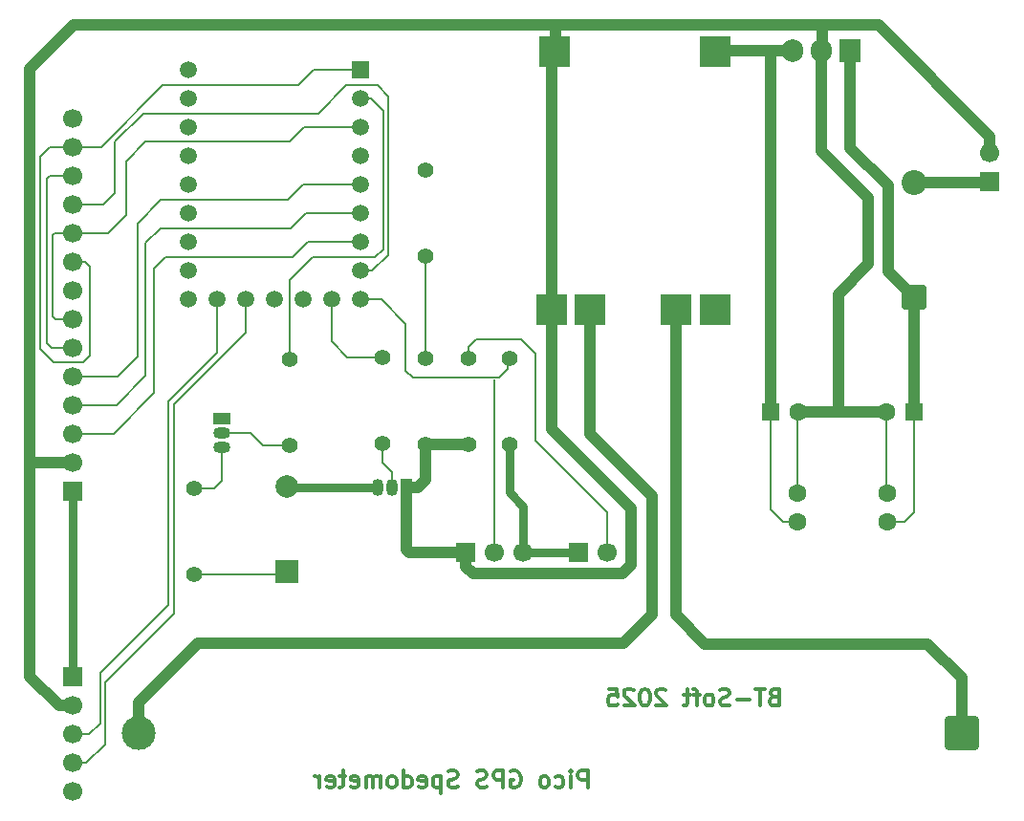
<source format=gbr>
%TF.GenerationSoftware,KiCad,Pcbnew,9.0.3*%
%TF.CreationDate,2025-08-16T14:39:39+02:00*%
%TF.ProjectId,pico-gps-spedometer,7069636f-2d67-4707-932d-737065646f6d,rev?*%
%TF.SameCoordinates,Original*%
%TF.FileFunction,Copper,L2,Bot*%
%TF.FilePolarity,Positive*%
%FSLAX46Y46*%
G04 Gerber Fmt 4.6, Leading zero omitted, Abs format (unit mm)*
G04 Created by KiCad (PCBNEW 9.0.3) date 2025-08-16 14:39:39*
%MOMM*%
%LPD*%
G01*
G04 APERTURE LIST*
G04 Aperture macros list*
%AMRoundRect*
0 Rectangle with rounded corners*
0 $1 Rounding radius*
0 $2 $3 $4 $5 $6 $7 $8 $9 X,Y pos of 4 corners*
0 Add a 4 corners polygon primitive as box body*
4,1,4,$2,$3,$4,$5,$6,$7,$8,$9,$2,$3,0*
0 Add four circle primitives for the rounded corners*
1,1,$1+$1,$2,$3*
1,1,$1+$1,$4,$5*
1,1,$1+$1,$6,$7*
1,1,$1+$1,$8,$9*
0 Add four rect primitives between the rounded corners*
20,1,$1+$1,$2,$3,$4,$5,0*
20,1,$1+$1,$4,$5,$6,$7,0*
20,1,$1+$1,$6,$7,$8,$9,0*
20,1,$1+$1,$8,$9,$2,$3,0*%
G04 Aperture macros list end*
%ADD10C,0.300000*%
%TA.AperFunction,NonConductor*%
%ADD11C,0.300000*%
%TD*%
%TA.AperFunction,ComponentPad*%
%ADD12RoundRect,0.249999X1.250001X1.250001X-1.250001X1.250001X-1.250001X-1.250001X1.250001X-1.250001X0*%
%TD*%
%TA.AperFunction,ComponentPad*%
%ADD13C,3.000000*%
%TD*%
%TA.AperFunction,ComponentPad*%
%ADD14RoundRect,0.249999X0.850001X-0.850001X0.850001X0.850001X-0.850001X0.850001X-0.850001X-0.850001X0*%
%TD*%
%TA.AperFunction,ComponentPad*%
%ADD15C,2.200000*%
%TD*%
%TA.AperFunction,ComponentPad*%
%ADD16R,1.700000X1.700000*%
%TD*%
%TA.AperFunction,ComponentPad*%
%ADD17C,1.700000*%
%TD*%
%TA.AperFunction,ComponentPad*%
%ADD18R,1.500000X1.050000*%
%TD*%
%TA.AperFunction,ComponentPad*%
%ADD19O,1.500000X1.050000*%
%TD*%
%TA.AperFunction,ComponentPad*%
%ADD20R,1.905000X2.000000*%
%TD*%
%TA.AperFunction,ComponentPad*%
%ADD21O,1.905000X2.000000*%
%TD*%
%TA.AperFunction,ComponentPad*%
%ADD22C,1.400000*%
%TD*%
%TA.AperFunction,ComponentPad*%
%ADD23RoundRect,0.250000X-0.550000X-0.550000X0.550000X-0.550000X0.550000X0.550000X-0.550000X0.550000X0*%
%TD*%
%TA.AperFunction,ComponentPad*%
%ADD24C,1.600000*%
%TD*%
%TA.AperFunction,ComponentPad*%
%ADD25R,1.050000X1.500000*%
%TD*%
%TA.AperFunction,ComponentPad*%
%ADD26O,1.050000X1.500000*%
%TD*%
%TA.AperFunction,ComponentPad*%
%ADD27RoundRect,0.250000X0.550000X0.550000X-0.550000X0.550000X-0.550000X-0.550000X0.550000X-0.550000X0*%
%TD*%
%TA.AperFunction,ComponentPad*%
%ADD28R,2.000000X2.000000*%
%TD*%
%TA.AperFunction,ComponentPad*%
%ADD29C,2.000000*%
%TD*%
%TA.AperFunction,ComponentPad*%
%ADD30R,1.508000X1.508000*%
%TD*%
%TA.AperFunction,ComponentPad*%
%ADD31C,1.508000*%
%TD*%
%TA.AperFunction,ComponentPad*%
%ADD32R,2.800000X2.800000*%
%TD*%
%TA.AperFunction,Conductor*%
%ADD33C,1.000000*%
%TD*%
%TA.AperFunction,Conductor*%
%ADD34C,0.200000*%
%TD*%
%TA.AperFunction,Conductor*%
%ADD35C,0.800000*%
%TD*%
G04 APERTURE END LIST*
D10*
D11*
X102625489Y-91203328D02*
X102625489Y-89703328D01*
X102625489Y-89703328D02*
X102054060Y-89703328D01*
X102054060Y-89703328D02*
X101911203Y-89774757D01*
X101911203Y-89774757D02*
X101839774Y-89846185D01*
X101839774Y-89846185D02*
X101768346Y-89989042D01*
X101768346Y-89989042D02*
X101768346Y-90203328D01*
X101768346Y-90203328D02*
X101839774Y-90346185D01*
X101839774Y-90346185D02*
X101911203Y-90417614D01*
X101911203Y-90417614D02*
X102054060Y-90489042D01*
X102054060Y-90489042D02*
X102625489Y-90489042D01*
X101125489Y-91203328D02*
X101125489Y-90203328D01*
X101125489Y-89703328D02*
X101196917Y-89774757D01*
X101196917Y-89774757D02*
X101125489Y-89846185D01*
X101125489Y-89846185D02*
X101054060Y-89774757D01*
X101054060Y-89774757D02*
X101125489Y-89703328D01*
X101125489Y-89703328D02*
X101125489Y-89846185D01*
X99768346Y-91131900D02*
X99911203Y-91203328D01*
X99911203Y-91203328D02*
X100196917Y-91203328D01*
X100196917Y-91203328D02*
X100339774Y-91131900D01*
X100339774Y-91131900D02*
X100411203Y-91060471D01*
X100411203Y-91060471D02*
X100482631Y-90917614D01*
X100482631Y-90917614D02*
X100482631Y-90489042D01*
X100482631Y-90489042D02*
X100411203Y-90346185D01*
X100411203Y-90346185D02*
X100339774Y-90274757D01*
X100339774Y-90274757D02*
X100196917Y-90203328D01*
X100196917Y-90203328D02*
X99911203Y-90203328D01*
X99911203Y-90203328D02*
X99768346Y-90274757D01*
X98911203Y-91203328D02*
X99054060Y-91131900D01*
X99054060Y-91131900D02*
X99125489Y-91060471D01*
X99125489Y-91060471D02*
X99196917Y-90917614D01*
X99196917Y-90917614D02*
X99196917Y-90489042D01*
X99196917Y-90489042D02*
X99125489Y-90346185D01*
X99125489Y-90346185D02*
X99054060Y-90274757D01*
X99054060Y-90274757D02*
X98911203Y-90203328D01*
X98911203Y-90203328D02*
X98696917Y-90203328D01*
X98696917Y-90203328D02*
X98554060Y-90274757D01*
X98554060Y-90274757D02*
X98482632Y-90346185D01*
X98482632Y-90346185D02*
X98411203Y-90489042D01*
X98411203Y-90489042D02*
X98411203Y-90917614D01*
X98411203Y-90917614D02*
X98482632Y-91060471D01*
X98482632Y-91060471D02*
X98554060Y-91131900D01*
X98554060Y-91131900D02*
X98696917Y-91203328D01*
X98696917Y-91203328D02*
X98911203Y-91203328D01*
X95839774Y-89774757D02*
X95982632Y-89703328D01*
X95982632Y-89703328D02*
X96196917Y-89703328D01*
X96196917Y-89703328D02*
X96411203Y-89774757D01*
X96411203Y-89774757D02*
X96554060Y-89917614D01*
X96554060Y-89917614D02*
X96625489Y-90060471D01*
X96625489Y-90060471D02*
X96696917Y-90346185D01*
X96696917Y-90346185D02*
X96696917Y-90560471D01*
X96696917Y-90560471D02*
X96625489Y-90846185D01*
X96625489Y-90846185D02*
X96554060Y-90989042D01*
X96554060Y-90989042D02*
X96411203Y-91131900D01*
X96411203Y-91131900D02*
X96196917Y-91203328D01*
X96196917Y-91203328D02*
X96054060Y-91203328D01*
X96054060Y-91203328D02*
X95839774Y-91131900D01*
X95839774Y-91131900D02*
X95768346Y-91060471D01*
X95768346Y-91060471D02*
X95768346Y-90560471D01*
X95768346Y-90560471D02*
X96054060Y-90560471D01*
X95125489Y-91203328D02*
X95125489Y-89703328D01*
X95125489Y-89703328D02*
X94554060Y-89703328D01*
X94554060Y-89703328D02*
X94411203Y-89774757D01*
X94411203Y-89774757D02*
X94339774Y-89846185D01*
X94339774Y-89846185D02*
X94268346Y-89989042D01*
X94268346Y-89989042D02*
X94268346Y-90203328D01*
X94268346Y-90203328D02*
X94339774Y-90346185D01*
X94339774Y-90346185D02*
X94411203Y-90417614D01*
X94411203Y-90417614D02*
X94554060Y-90489042D01*
X94554060Y-90489042D02*
X95125489Y-90489042D01*
X93696917Y-91131900D02*
X93482632Y-91203328D01*
X93482632Y-91203328D02*
X93125489Y-91203328D01*
X93125489Y-91203328D02*
X92982632Y-91131900D01*
X92982632Y-91131900D02*
X92911203Y-91060471D01*
X92911203Y-91060471D02*
X92839774Y-90917614D01*
X92839774Y-90917614D02*
X92839774Y-90774757D01*
X92839774Y-90774757D02*
X92911203Y-90631900D01*
X92911203Y-90631900D02*
X92982632Y-90560471D01*
X92982632Y-90560471D02*
X93125489Y-90489042D01*
X93125489Y-90489042D02*
X93411203Y-90417614D01*
X93411203Y-90417614D02*
X93554060Y-90346185D01*
X93554060Y-90346185D02*
X93625489Y-90274757D01*
X93625489Y-90274757D02*
X93696917Y-90131900D01*
X93696917Y-90131900D02*
X93696917Y-89989042D01*
X93696917Y-89989042D02*
X93625489Y-89846185D01*
X93625489Y-89846185D02*
X93554060Y-89774757D01*
X93554060Y-89774757D02*
X93411203Y-89703328D01*
X93411203Y-89703328D02*
X93054060Y-89703328D01*
X93054060Y-89703328D02*
X92839774Y-89774757D01*
X91125489Y-91131900D02*
X90911204Y-91203328D01*
X90911204Y-91203328D02*
X90554061Y-91203328D01*
X90554061Y-91203328D02*
X90411204Y-91131900D01*
X90411204Y-91131900D02*
X90339775Y-91060471D01*
X90339775Y-91060471D02*
X90268346Y-90917614D01*
X90268346Y-90917614D02*
X90268346Y-90774757D01*
X90268346Y-90774757D02*
X90339775Y-90631900D01*
X90339775Y-90631900D02*
X90411204Y-90560471D01*
X90411204Y-90560471D02*
X90554061Y-90489042D01*
X90554061Y-90489042D02*
X90839775Y-90417614D01*
X90839775Y-90417614D02*
X90982632Y-90346185D01*
X90982632Y-90346185D02*
X91054061Y-90274757D01*
X91054061Y-90274757D02*
X91125489Y-90131900D01*
X91125489Y-90131900D02*
X91125489Y-89989042D01*
X91125489Y-89989042D02*
X91054061Y-89846185D01*
X91054061Y-89846185D02*
X90982632Y-89774757D01*
X90982632Y-89774757D02*
X90839775Y-89703328D01*
X90839775Y-89703328D02*
X90482632Y-89703328D01*
X90482632Y-89703328D02*
X90268346Y-89774757D01*
X89625490Y-90203328D02*
X89625490Y-91703328D01*
X89625490Y-90274757D02*
X89482633Y-90203328D01*
X89482633Y-90203328D02*
X89196918Y-90203328D01*
X89196918Y-90203328D02*
X89054061Y-90274757D01*
X89054061Y-90274757D02*
X88982633Y-90346185D01*
X88982633Y-90346185D02*
X88911204Y-90489042D01*
X88911204Y-90489042D02*
X88911204Y-90917614D01*
X88911204Y-90917614D02*
X88982633Y-91060471D01*
X88982633Y-91060471D02*
X89054061Y-91131900D01*
X89054061Y-91131900D02*
X89196918Y-91203328D01*
X89196918Y-91203328D02*
X89482633Y-91203328D01*
X89482633Y-91203328D02*
X89625490Y-91131900D01*
X87696918Y-91131900D02*
X87839775Y-91203328D01*
X87839775Y-91203328D02*
X88125490Y-91203328D01*
X88125490Y-91203328D02*
X88268347Y-91131900D01*
X88268347Y-91131900D02*
X88339775Y-90989042D01*
X88339775Y-90989042D02*
X88339775Y-90417614D01*
X88339775Y-90417614D02*
X88268347Y-90274757D01*
X88268347Y-90274757D02*
X88125490Y-90203328D01*
X88125490Y-90203328D02*
X87839775Y-90203328D01*
X87839775Y-90203328D02*
X87696918Y-90274757D01*
X87696918Y-90274757D02*
X87625490Y-90417614D01*
X87625490Y-90417614D02*
X87625490Y-90560471D01*
X87625490Y-90560471D02*
X88339775Y-90703328D01*
X86339776Y-91203328D02*
X86339776Y-89703328D01*
X86339776Y-91131900D02*
X86482633Y-91203328D01*
X86482633Y-91203328D02*
X86768347Y-91203328D01*
X86768347Y-91203328D02*
X86911204Y-91131900D01*
X86911204Y-91131900D02*
X86982633Y-91060471D01*
X86982633Y-91060471D02*
X87054061Y-90917614D01*
X87054061Y-90917614D02*
X87054061Y-90489042D01*
X87054061Y-90489042D02*
X86982633Y-90346185D01*
X86982633Y-90346185D02*
X86911204Y-90274757D01*
X86911204Y-90274757D02*
X86768347Y-90203328D01*
X86768347Y-90203328D02*
X86482633Y-90203328D01*
X86482633Y-90203328D02*
X86339776Y-90274757D01*
X85411204Y-91203328D02*
X85554061Y-91131900D01*
X85554061Y-91131900D02*
X85625490Y-91060471D01*
X85625490Y-91060471D02*
X85696918Y-90917614D01*
X85696918Y-90917614D02*
X85696918Y-90489042D01*
X85696918Y-90489042D02*
X85625490Y-90346185D01*
X85625490Y-90346185D02*
X85554061Y-90274757D01*
X85554061Y-90274757D02*
X85411204Y-90203328D01*
X85411204Y-90203328D02*
X85196918Y-90203328D01*
X85196918Y-90203328D02*
X85054061Y-90274757D01*
X85054061Y-90274757D02*
X84982633Y-90346185D01*
X84982633Y-90346185D02*
X84911204Y-90489042D01*
X84911204Y-90489042D02*
X84911204Y-90917614D01*
X84911204Y-90917614D02*
X84982633Y-91060471D01*
X84982633Y-91060471D02*
X85054061Y-91131900D01*
X85054061Y-91131900D02*
X85196918Y-91203328D01*
X85196918Y-91203328D02*
X85411204Y-91203328D01*
X84268347Y-91203328D02*
X84268347Y-90203328D01*
X84268347Y-90346185D02*
X84196918Y-90274757D01*
X84196918Y-90274757D02*
X84054061Y-90203328D01*
X84054061Y-90203328D02*
X83839775Y-90203328D01*
X83839775Y-90203328D02*
X83696918Y-90274757D01*
X83696918Y-90274757D02*
X83625490Y-90417614D01*
X83625490Y-90417614D02*
X83625490Y-91203328D01*
X83625490Y-90417614D02*
X83554061Y-90274757D01*
X83554061Y-90274757D02*
X83411204Y-90203328D01*
X83411204Y-90203328D02*
X83196918Y-90203328D01*
X83196918Y-90203328D02*
X83054061Y-90274757D01*
X83054061Y-90274757D02*
X82982632Y-90417614D01*
X82982632Y-90417614D02*
X82982632Y-91203328D01*
X81696918Y-91131900D02*
X81839775Y-91203328D01*
X81839775Y-91203328D02*
X82125490Y-91203328D01*
X82125490Y-91203328D02*
X82268347Y-91131900D01*
X82268347Y-91131900D02*
X82339775Y-90989042D01*
X82339775Y-90989042D02*
X82339775Y-90417614D01*
X82339775Y-90417614D02*
X82268347Y-90274757D01*
X82268347Y-90274757D02*
X82125490Y-90203328D01*
X82125490Y-90203328D02*
X81839775Y-90203328D01*
X81839775Y-90203328D02*
X81696918Y-90274757D01*
X81696918Y-90274757D02*
X81625490Y-90417614D01*
X81625490Y-90417614D02*
X81625490Y-90560471D01*
X81625490Y-90560471D02*
X82339775Y-90703328D01*
X81196918Y-90203328D02*
X80625490Y-90203328D01*
X80982633Y-89703328D02*
X80982633Y-90989042D01*
X80982633Y-90989042D02*
X80911204Y-91131900D01*
X80911204Y-91131900D02*
X80768347Y-91203328D01*
X80768347Y-91203328D02*
X80625490Y-91203328D01*
X79554061Y-91131900D02*
X79696918Y-91203328D01*
X79696918Y-91203328D02*
X79982633Y-91203328D01*
X79982633Y-91203328D02*
X80125490Y-91131900D01*
X80125490Y-91131900D02*
X80196918Y-90989042D01*
X80196918Y-90989042D02*
X80196918Y-90417614D01*
X80196918Y-90417614D02*
X80125490Y-90274757D01*
X80125490Y-90274757D02*
X79982633Y-90203328D01*
X79982633Y-90203328D02*
X79696918Y-90203328D01*
X79696918Y-90203328D02*
X79554061Y-90274757D01*
X79554061Y-90274757D02*
X79482633Y-90417614D01*
X79482633Y-90417614D02*
X79482633Y-90560471D01*
X79482633Y-90560471D02*
X80196918Y-90703328D01*
X78839776Y-91203328D02*
X78839776Y-90203328D01*
X78839776Y-90489042D02*
X78768347Y-90346185D01*
X78768347Y-90346185D02*
X78696919Y-90274757D01*
X78696919Y-90274757D02*
X78554061Y-90203328D01*
X78554061Y-90203328D02*
X78411204Y-90203328D01*
D10*
D11*
X119125489Y-83167614D02*
X118911203Y-83239042D01*
X118911203Y-83239042D02*
X118839774Y-83310471D01*
X118839774Y-83310471D02*
X118768346Y-83453328D01*
X118768346Y-83453328D02*
X118768346Y-83667614D01*
X118768346Y-83667614D02*
X118839774Y-83810471D01*
X118839774Y-83810471D02*
X118911203Y-83881900D01*
X118911203Y-83881900D02*
X119054060Y-83953328D01*
X119054060Y-83953328D02*
X119625489Y-83953328D01*
X119625489Y-83953328D02*
X119625489Y-82453328D01*
X119625489Y-82453328D02*
X119125489Y-82453328D01*
X119125489Y-82453328D02*
X118982632Y-82524757D01*
X118982632Y-82524757D02*
X118911203Y-82596185D01*
X118911203Y-82596185D02*
X118839774Y-82739042D01*
X118839774Y-82739042D02*
X118839774Y-82881900D01*
X118839774Y-82881900D02*
X118911203Y-83024757D01*
X118911203Y-83024757D02*
X118982632Y-83096185D01*
X118982632Y-83096185D02*
X119125489Y-83167614D01*
X119125489Y-83167614D02*
X119625489Y-83167614D01*
X118339774Y-82453328D02*
X117482632Y-82453328D01*
X117911203Y-83953328D02*
X117911203Y-82453328D01*
X116982632Y-83381900D02*
X115839775Y-83381900D01*
X115196917Y-83881900D02*
X114982632Y-83953328D01*
X114982632Y-83953328D02*
X114625489Y-83953328D01*
X114625489Y-83953328D02*
X114482632Y-83881900D01*
X114482632Y-83881900D02*
X114411203Y-83810471D01*
X114411203Y-83810471D02*
X114339774Y-83667614D01*
X114339774Y-83667614D02*
X114339774Y-83524757D01*
X114339774Y-83524757D02*
X114411203Y-83381900D01*
X114411203Y-83381900D02*
X114482632Y-83310471D01*
X114482632Y-83310471D02*
X114625489Y-83239042D01*
X114625489Y-83239042D02*
X114911203Y-83167614D01*
X114911203Y-83167614D02*
X115054060Y-83096185D01*
X115054060Y-83096185D02*
X115125489Y-83024757D01*
X115125489Y-83024757D02*
X115196917Y-82881900D01*
X115196917Y-82881900D02*
X115196917Y-82739042D01*
X115196917Y-82739042D02*
X115125489Y-82596185D01*
X115125489Y-82596185D02*
X115054060Y-82524757D01*
X115054060Y-82524757D02*
X114911203Y-82453328D01*
X114911203Y-82453328D02*
X114554060Y-82453328D01*
X114554060Y-82453328D02*
X114339774Y-82524757D01*
X113482632Y-83953328D02*
X113625489Y-83881900D01*
X113625489Y-83881900D02*
X113696918Y-83810471D01*
X113696918Y-83810471D02*
X113768346Y-83667614D01*
X113768346Y-83667614D02*
X113768346Y-83239042D01*
X113768346Y-83239042D02*
X113696918Y-83096185D01*
X113696918Y-83096185D02*
X113625489Y-83024757D01*
X113625489Y-83024757D02*
X113482632Y-82953328D01*
X113482632Y-82953328D02*
X113268346Y-82953328D01*
X113268346Y-82953328D02*
X113125489Y-83024757D01*
X113125489Y-83024757D02*
X113054061Y-83096185D01*
X113054061Y-83096185D02*
X112982632Y-83239042D01*
X112982632Y-83239042D02*
X112982632Y-83667614D01*
X112982632Y-83667614D02*
X113054061Y-83810471D01*
X113054061Y-83810471D02*
X113125489Y-83881900D01*
X113125489Y-83881900D02*
X113268346Y-83953328D01*
X113268346Y-83953328D02*
X113482632Y-83953328D01*
X112554060Y-82953328D02*
X111982632Y-82953328D01*
X112339775Y-83953328D02*
X112339775Y-82667614D01*
X112339775Y-82667614D02*
X112268346Y-82524757D01*
X112268346Y-82524757D02*
X112125489Y-82453328D01*
X112125489Y-82453328D02*
X111982632Y-82453328D01*
X111696917Y-82953328D02*
X111125489Y-82953328D01*
X111482632Y-82453328D02*
X111482632Y-83739042D01*
X111482632Y-83739042D02*
X111411203Y-83881900D01*
X111411203Y-83881900D02*
X111268346Y-83953328D01*
X111268346Y-83953328D02*
X111125489Y-83953328D01*
X109554060Y-82596185D02*
X109482632Y-82524757D01*
X109482632Y-82524757D02*
X109339775Y-82453328D01*
X109339775Y-82453328D02*
X108982632Y-82453328D01*
X108982632Y-82453328D02*
X108839775Y-82524757D01*
X108839775Y-82524757D02*
X108768346Y-82596185D01*
X108768346Y-82596185D02*
X108696917Y-82739042D01*
X108696917Y-82739042D02*
X108696917Y-82881900D01*
X108696917Y-82881900D02*
X108768346Y-83096185D01*
X108768346Y-83096185D02*
X109625489Y-83953328D01*
X109625489Y-83953328D02*
X108696917Y-83953328D01*
X107768346Y-82453328D02*
X107625489Y-82453328D01*
X107625489Y-82453328D02*
X107482632Y-82524757D01*
X107482632Y-82524757D02*
X107411204Y-82596185D01*
X107411204Y-82596185D02*
X107339775Y-82739042D01*
X107339775Y-82739042D02*
X107268346Y-83024757D01*
X107268346Y-83024757D02*
X107268346Y-83381900D01*
X107268346Y-83381900D02*
X107339775Y-83667614D01*
X107339775Y-83667614D02*
X107411204Y-83810471D01*
X107411204Y-83810471D02*
X107482632Y-83881900D01*
X107482632Y-83881900D02*
X107625489Y-83953328D01*
X107625489Y-83953328D02*
X107768346Y-83953328D01*
X107768346Y-83953328D02*
X107911204Y-83881900D01*
X107911204Y-83881900D02*
X107982632Y-83810471D01*
X107982632Y-83810471D02*
X108054061Y-83667614D01*
X108054061Y-83667614D02*
X108125489Y-83381900D01*
X108125489Y-83381900D02*
X108125489Y-83024757D01*
X108125489Y-83024757D02*
X108054061Y-82739042D01*
X108054061Y-82739042D02*
X107982632Y-82596185D01*
X107982632Y-82596185D02*
X107911204Y-82524757D01*
X107911204Y-82524757D02*
X107768346Y-82453328D01*
X106696918Y-82596185D02*
X106625490Y-82524757D01*
X106625490Y-82524757D02*
X106482633Y-82453328D01*
X106482633Y-82453328D02*
X106125490Y-82453328D01*
X106125490Y-82453328D02*
X105982633Y-82524757D01*
X105982633Y-82524757D02*
X105911204Y-82596185D01*
X105911204Y-82596185D02*
X105839775Y-82739042D01*
X105839775Y-82739042D02*
X105839775Y-82881900D01*
X105839775Y-82881900D02*
X105911204Y-83096185D01*
X105911204Y-83096185D02*
X106768347Y-83953328D01*
X106768347Y-83953328D02*
X105839775Y-83953328D01*
X104482633Y-82453328D02*
X105196919Y-82453328D01*
X105196919Y-82453328D02*
X105268347Y-83167614D01*
X105268347Y-83167614D02*
X105196919Y-83096185D01*
X105196919Y-83096185D02*
X105054062Y-83024757D01*
X105054062Y-83024757D02*
X104696919Y-83024757D01*
X104696919Y-83024757D02*
X104554062Y-83096185D01*
X104554062Y-83096185D02*
X104482633Y-83167614D01*
X104482633Y-83167614D02*
X104411204Y-83310471D01*
X104411204Y-83310471D02*
X104411204Y-83667614D01*
X104411204Y-83667614D02*
X104482633Y-83810471D01*
X104482633Y-83810471D02*
X104554062Y-83881900D01*
X104554062Y-83881900D02*
X104696919Y-83953328D01*
X104696919Y-83953328D02*
X105054062Y-83953328D01*
X105054062Y-83953328D02*
X105196919Y-83881900D01*
X105196919Y-83881900D02*
X105268347Y-83810471D01*
D12*
%TO.P,BT1,+,1*%
%TO.N,Net-(BT1-1)*%
X135750000Y-86402500D03*
D13*
%TO.P,BT1,-,2*%
%TO.N,Net-(BT1-2)*%
X62850000Y-86402500D03*
%TD*%
D14*
%TO.P,D1,1,K*%
%TO.N,V-IN-MEAS*%
X131500000Y-47750000D03*
D15*
%TO.P,D1,2,A*%
%TO.N,Net-(D1-A)*%
X131500000Y-37590000D03*
%TD*%
D16*
%TO.P,U2,1,GND*%
%TO.N,GND*%
X91850000Y-70402500D03*
D17*
%TO.P,U2,2,DQ*%
%TO.N,Net-(U1-GP8)*%
X94390000Y-70402500D03*
%TO.P,U2,3,V_{DD}*%
%TO.N,+3V3*%
X96930000Y-70402500D03*
%TD*%
D16*
%TO.P,J3,1,Pin_1*%
%TO.N,+3V3*%
X57000000Y-81420000D03*
D17*
%TO.P,J3,2,Pin_2*%
%TO.N,GND*%
X57000000Y-83960000D03*
%TO.P,J3,3,Pin_3*%
%TO.N,GPS_TXD*%
X57000000Y-86500000D03*
%TO.P,J3,4,Pin_4*%
%TO.N,GPS_RXD*%
X57000000Y-89040000D03*
%TO.P,J3,5,Pin_5*%
%TO.N,unconnected-(J3-Pin_5-Pad5)*%
X57000000Y-91580000D03*
%TD*%
D18*
%TO.P,Q2,1,C*%
%TO.N,Net-(Q2-C)*%
X70250000Y-58500000D03*
D19*
%TO.P,Q2,2,B*%
%TO.N,Net-(Q2-B)*%
X70250000Y-59770000D03*
%TO.P,Q2,3,E*%
%TO.N,Net-(Q2-E)*%
X70250000Y-61040000D03*
%TD*%
D20*
%TO.P,U3,1,VI*%
%TO.N,V-IN-MEAS*%
X125885000Y-25902500D03*
D21*
%TO.P,U3,2,GND*%
%TO.N,GND*%
X123345000Y-25902500D03*
%TO.P,U3,3,VO*%
%TO.N,+5V*%
X120805000Y-25902500D03*
%TD*%
D22*
%TO.P,R3,1*%
%TO.N,Net-(U1-GP26)*%
X88305000Y-53152500D03*
%TO.P,R3,2*%
%TO.N,GND*%
X88305000Y-60772500D03*
%TD*%
D23*
%TO.P,C4,1*%
%TO.N,+5V*%
X118805000Y-57902500D03*
D24*
%TO.P,C4,2*%
%TO.N,GND*%
X121305000Y-57902500D03*
%TD*%
D16*
%TO.P,U4,1,VCC*%
%TO.N,+3V3*%
X57055000Y-64922500D03*
D17*
%TO.P,U4,2,GND*%
%TO.N,GND*%
X57055000Y-62382500D03*
%TO.P,U4,3,CS*%
%TO.N,/CS*%
X57055000Y-59842500D03*
%TO.P,U4,4,RESET*%
%TO.N,/RST*%
X57055000Y-57302500D03*
%TO.P,U4,5,DC/RS*%
%TO.N,/DC*%
X57055000Y-54762500D03*
%TO.P,U4,6,SDI/MOSI*%
%TO.N,/MOSI*%
X57055000Y-52222500D03*
%TO.P,U4,7,SCK*%
%TO.N,/SCK*%
X57055000Y-49682500D03*
%TO.P,U4,8,LED*%
%TO.N,Net-(Q2-C)*%
X57055000Y-47142500D03*
%TO.P,U4,9,SDO/MISO*%
%TO.N,/MISO*%
X57055000Y-44602500D03*
%TO.P,U4,10,T_CLK*%
%TO.N,/SCK*%
X57055000Y-42062500D03*
%TO.P,U4,11,T_CS*%
%TO.N,/T_CS*%
X57055000Y-39522500D03*
%TO.P,U4,12,T_DIN*%
%TO.N,/MOSI*%
X57055000Y-36982500D03*
%TO.P,U4,13,T_DO*%
%TO.N,/MISO*%
X57055000Y-34442500D03*
%TO.P,U4,14,T_IRQ*%
%TO.N,unconnected-(U4-T_IRQ-Pad14)*%
X57055000Y-31902500D03*
%TD*%
D22*
%TO.P,R7,1*%
%TO.N,+5VBATT*%
X67750000Y-72310000D03*
%TO.P,R7,2*%
%TO.N,Net-(Q2-E)*%
X67750000Y-64690000D03*
%TD*%
D25*
%TO.P,Q1,1,E*%
%TO.N,GND*%
X86555000Y-64652500D03*
D26*
%TO.P,Q1,2,B*%
%TO.N,Net-(Q1-B)*%
X85285000Y-64652500D03*
%TO.P,Q1,3,C*%
%TO.N,Net-(BZ1--)*%
X84015000Y-64652500D03*
%TD*%
D22*
%TO.P,R8,1*%
%TO.N,Net-(Q2-B)*%
X76250000Y-60870000D03*
%TO.P,R8,2*%
%TO.N,Net-(U1-GP1)*%
X76250000Y-53250000D03*
%TD*%
%TO.P,R4,1*%
%TO.N,Net-(U1-GP9)*%
X84430000Y-53092500D03*
%TO.P,R4,2*%
%TO.N,Net-(Q1-B)*%
X84430000Y-60712500D03*
%TD*%
D24*
%TO.P,C2,1*%
%TO.N,V-IN-MEAS*%
X129180000Y-67652500D03*
%TO.P,C2,2*%
%TO.N,GND*%
X129180000Y-65152500D03*
%TD*%
D16*
%TO.P,R5,1*%
%TO.N,+3V3*%
X101805000Y-70402500D03*
D17*
%TO.P,R5,2*%
%TO.N,Net-(U1-GP27)*%
X104345000Y-70402500D03*
%TD*%
D16*
%TO.P,J1,1,Pin_1*%
%TO.N,Net-(D1-A)*%
X138250000Y-37525000D03*
D17*
%TO.P,J1,2,Pin_2*%
%TO.N,GND*%
X138250000Y-34985000D03*
%TD*%
D27*
%TO.P,C3,1*%
%TO.N,V-IN-MEAS*%
X131555000Y-57902500D03*
D24*
%TO.P,C3,2*%
%TO.N,GND*%
X129055000Y-57902500D03*
%TD*%
D28*
%TO.P,BZ1,1,+*%
%TO.N,+5VBATT*%
X76000000Y-72100000D03*
D29*
%TO.P,BZ1,2,-*%
%TO.N,Net-(BZ1--)*%
X76000000Y-64500000D03*
%TD*%
D30*
%TO.P,U1,1,GP0*%
%TO.N,/MISO*%
X82490000Y-27652500D03*
D31*
%TO.P,U1,2,GP1*%
%TO.N,Net-(U1-GP1)*%
X82490000Y-30192500D03*
%TO.P,U1,3,GP2*%
%TO.N,/SCK*%
X82490000Y-32732500D03*
%TO.P,U1,4,GP3*%
%TO.N,/MOSI*%
X82490000Y-35272500D03*
%TO.P,U1,5,GP4*%
%TO.N,/DC*%
X82490000Y-37812500D03*
%TO.P,U1,6,GP5*%
%TO.N,/RST*%
X82490000Y-40352500D03*
%TO.P,U1,7,GP6*%
%TO.N,/CS*%
X82490000Y-42892500D03*
%TO.P,U1,8,GP7*%
%TO.N,/T_CS*%
X82490000Y-45432500D03*
%TO.P,U1,9,GP8*%
%TO.N,Net-(U1-GP8)*%
X82490000Y-47972500D03*
%TO.P,U1,10,GP9*%
%TO.N,Net-(U1-GP9)*%
X79950000Y-47972500D03*
%TO.P,U1,11,GP10*%
%TO.N,unconnected-(U1-GP10-Pad11)*%
X77410000Y-47972500D03*
%TO.P,U1,12,GP11*%
%TO.N,unconnected-(U1-GP11-Pad12)*%
X74870000Y-47972500D03*
%TO.P,U1,13,GP12*%
%TO.N,GPS_RXD*%
X72330000Y-47972500D03*
%TO.P,U1,14,GP13*%
%TO.N,GPS_TXD*%
X69790000Y-47972500D03*
%TO.P,U1,15,GP14*%
%TO.N,unconnected-(U1-GP14-Pad15)*%
X67250000Y-47972500D03*
%TO.P,U1,16,GP15*%
%TO.N,unconnected-(U1-GP15-Pad16)*%
X67250000Y-45432500D03*
%TO.P,U1,17,GP26*%
%TO.N,Net-(U1-GP26)*%
X67250000Y-42892500D03*
%TO.P,U1,18,GP27*%
%TO.N,Net-(U1-GP27)*%
X67250000Y-40352500D03*
%TO.P,U1,19,GP28*%
%TO.N,unconnected-(U1-GP28-Pad19)*%
X67250000Y-37812500D03*
%TO.P,U1,20,GP29*%
%TO.N,unconnected-(U1-GP29-Pad20)*%
X67250000Y-35272500D03*
%TO.P,U1,21,3V3*%
%TO.N,+3V3*%
X67250000Y-32732500D03*
%TO.P,U1,22,GND*%
%TO.N,GND*%
X67250000Y-30192500D03*
%TO.P,U1,23,5V*%
%TO.N,+5VBATT*%
X67250000Y-27652500D03*
%TD*%
D32*
%TO.P,J2,1,Pin_1*%
%TO.N,+5V*%
X113917500Y-25990000D03*
%TO.P,J2,2,Pin_2*%
%TO.N,GND*%
X99717500Y-25990000D03*
%TO.P,J2,3,Pin_3*%
%TO.N,+5VBATT*%
X113917500Y-48890000D03*
%TO.P,J2,4,Pin_4*%
%TO.N,GND*%
X99417500Y-48890000D03*
%TO.P,J2,5,Pin_5*%
%TO.N,Net-(BT1-1)*%
X110417500Y-48890000D03*
%TO.P,J2,6,Pin_6*%
%TO.N,Net-(BT1-2)*%
X102817500Y-48890000D03*
%TD*%
D22*
%TO.P,R1,1*%
%TO.N,+3V3*%
X95680000Y-60772500D03*
%TO.P,R1,2*%
%TO.N,Net-(U1-GP8)*%
X95680000Y-53152500D03*
%TD*%
%TO.P,R2,1*%
%TO.N,V-IN-MEAS*%
X88305000Y-36532500D03*
%TO.P,R2,2*%
%TO.N,Net-(U1-GP26)*%
X88305000Y-44152500D03*
%TD*%
D24*
%TO.P,C1,1*%
%TO.N,+5V*%
X121180000Y-67652500D03*
%TO.P,C1,2*%
%TO.N,GND*%
X121180000Y-65152500D03*
%TD*%
D22*
%TO.P,R6,1*%
%TO.N,Net-(U1-GP27)*%
X92055000Y-53152500D03*
%TO.P,R6,2*%
%TO.N,GND*%
X92055000Y-60772500D03*
%TD*%
D33*
%TO.N,GND*%
X138250000Y-33500000D02*
X138250000Y-34985000D01*
X128403500Y-23653500D02*
X138250000Y-33500000D01*
X123430000Y-23653500D02*
X128403500Y-23653500D01*
D34*
%TO.N,Net-(Q1-B)*%
X84430000Y-62430000D02*
X84430000Y-60712500D01*
X85285000Y-64652500D02*
X85285000Y-63285000D01*
X85285000Y-63285000D02*
X84430000Y-62430000D01*
%TO.N,Net-(Q2-E)*%
X69560000Y-64690000D02*
X67750000Y-64690000D01*
X70250000Y-64000000D02*
X69560000Y-64690000D01*
X70250000Y-61040000D02*
X70250000Y-64000000D01*
%TO.N,Net-(Q2-B)*%
X72770000Y-59770000D02*
X70250000Y-59770000D01*
X73870000Y-60870000D02*
X72770000Y-59770000D01*
X76250000Y-60870000D02*
X73870000Y-60870000D01*
D35*
%TO.N,+3V3*%
X95680000Y-65041250D02*
X95680000Y-60772500D01*
X96930000Y-66291250D02*
X95680000Y-65041250D01*
X96930000Y-70402500D02*
X96930000Y-66291250D01*
D34*
%TO.N,/MISO*%
X77000000Y-29000000D02*
X78347500Y-27652500D01*
X78347500Y-27652500D02*
X82490000Y-27652500D01*
X65000000Y-29000000D02*
X77000000Y-29000000D01*
X59557500Y-34442500D02*
X65000000Y-29000000D01*
X57055000Y-34442500D02*
X59557500Y-34442500D01*
%TO.N,/T_CS*%
X59727500Y-39522500D02*
X57055000Y-39522500D01*
X60750000Y-38500000D02*
X59727500Y-39522500D01*
X60750000Y-34000000D02*
X60750000Y-38500000D01*
X78750000Y-31500000D02*
X63250000Y-31500000D01*
X85000000Y-30000000D02*
X84000000Y-29000000D01*
X63250000Y-31500000D02*
X60750000Y-34000000D01*
X84000000Y-29000000D02*
X81250000Y-29000000D01*
X81250000Y-29000000D02*
X78750000Y-31500000D01*
X85000000Y-44000000D02*
X85000000Y-30000000D01*
X83567500Y-45432500D02*
X85000000Y-44000000D01*
X82490000Y-45432500D02*
X83567500Y-45432500D01*
D33*
%TO.N,V-IN-MEAS*%
X131500000Y-57847500D02*
X131555000Y-57902500D01*
X131500000Y-47750000D02*
X131500000Y-57847500D01*
X129250000Y-45500000D02*
X131500000Y-47750000D01*
X129250000Y-37886999D02*
X129250000Y-45500000D01*
X125885000Y-34521999D02*
X129250000Y-37886999D01*
X125885000Y-25902500D02*
X125885000Y-34521999D01*
D34*
%TO.N,Net-(D1-A)*%
X138185000Y-37590000D02*
X138250000Y-37525000D01*
D33*
X131500000Y-37590000D02*
X138185000Y-37590000D01*
%TO.N,Net-(BT1-2)*%
X62850000Y-83650000D02*
X62850000Y-86402500D01*
D34*
%TO.N,GPS_TXD*%
X65500000Y-57000000D02*
X69790000Y-52710000D01*
X59500000Y-81000000D02*
X65500000Y-75000000D01*
X58500000Y-86500000D02*
X59500000Y-85500000D01*
X69790000Y-52710000D02*
X69790000Y-47972500D01*
X57000000Y-86500000D02*
X58500000Y-86500000D01*
X59500000Y-85500000D02*
X59500000Y-81000000D01*
X65500000Y-75000000D02*
X65500000Y-57000000D01*
%TO.N,GPS_RXD*%
X72330000Y-50920000D02*
X72330000Y-47972500D01*
X66000000Y-75750000D02*
X66000000Y-57250000D01*
X66000000Y-57250000D02*
X72330000Y-50920000D01*
X59901000Y-87349000D02*
X59901000Y-81849000D01*
X58210000Y-89040000D02*
X59901000Y-87349000D01*
X59901000Y-81849000D02*
X66000000Y-75750000D01*
X57000000Y-89040000D02*
X58210000Y-89040000D01*
D33*
%TO.N,GND*%
X55797919Y-83960000D02*
X57000000Y-83960000D01*
X53250000Y-81412081D02*
X55797919Y-83960000D01*
X53250000Y-62500000D02*
X53250000Y-81412081D01*
D35*
%TO.N,+3V3*%
X57055000Y-81365000D02*
X57000000Y-81420000D01*
X57055000Y-64922500D02*
X57055000Y-81365000D01*
D34*
%TO.N,Net-(U1-GP1)*%
X76250000Y-53250000D02*
X76250000Y-46250000D01*
X83442500Y-30192500D02*
X82490000Y-30192500D01*
X84500000Y-43500000D02*
X84500000Y-31250000D01*
X84500000Y-31250000D02*
X83442500Y-30192500D01*
X83750000Y-44250000D02*
X84500000Y-43500000D01*
X76250000Y-46250000D02*
X78250000Y-44250000D01*
X78250000Y-44250000D02*
X83750000Y-44250000D01*
D33*
%TO.N,GND*%
X101500000Y-23653500D02*
X99750000Y-23653500D01*
X57096500Y-23653500D02*
X101500000Y-23653500D01*
X99750000Y-25957500D02*
X99717500Y-25990000D01*
X99750000Y-23653500D02*
X99750000Y-25957500D01*
X123430000Y-23653500D02*
X101500000Y-23653500D01*
X123430000Y-25817500D02*
X123430000Y-23653500D01*
X123345000Y-25902500D02*
X123430000Y-25817500D01*
D34*
%TO.N,Net-(U1-GP9)*%
X79950000Y-51700000D02*
X79950000Y-47972500D01*
X81342500Y-53092500D02*
X79950000Y-51700000D01*
X84430000Y-53092500D02*
X81342500Y-53092500D01*
%TO.N,Net-(U1-GP8)*%
X84375000Y-47972500D02*
X82490000Y-47972500D01*
X86500000Y-50097500D02*
X84375000Y-47972500D01*
X86500000Y-54250000D02*
X86500000Y-50097500D01*
X95555000Y-54152500D02*
X94805000Y-54902500D01*
X94805000Y-54902500D02*
X87152500Y-54902500D01*
X87152500Y-54902500D02*
X86500000Y-54250000D01*
X95555000Y-53342500D02*
X95555000Y-54152500D01*
%TO.N,+5VBATT*%
X75790000Y-72310000D02*
X76000000Y-72100000D01*
X67750000Y-72310000D02*
X75790000Y-72310000D01*
%TO.N,Net-(BZ1--)*%
X76152500Y-64652500D02*
X76000000Y-64500000D01*
D35*
X84015000Y-64652500D02*
X76152500Y-64652500D01*
D33*
%TO.N,GND*%
X53367500Y-62382500D02*
X57055000Y-62382500D01*
X53250000Y-62500000D02*
X53367500Y-62382500D01*
X53250000Y-27500000D02*
X53250000Y-62500000D01*
X57096500Y-23653500D02*
X53250000Y-27500000D01*
D34*
%TO.N,V-IN-MEAS*%
X125982500Y-26000000D02*
X125885000Y-25902500D01*
D33*
%TO.N,Net-(BT1-1)*%
X135750000Y-81500000D02*
X135750000Y-86402500D01*
X110417500Y-75890000D02*
X113027500Y-78500000D01*
X113027500Y-78500000D02*
X132750000Y-78500000D01*
X110417500Y-48890000D02*
X110417500Y-75890000D01*
X132750000Y-78500000D02*
X135750000Y-81500000D01*
%TO.N,Net-(BT1-2)*%
X105805000Y-78402500D02*
X68097500Y-78402500D01*
D34*
X102817500Y-59890000D02*
X102805000Y-59902500D01*
D33*
X102805000Y-59902500D02*
X108305000Y-65402500D01*
X68097500Y-78402500D02*
X62850000Y-83650000D01*
X108305000Y-65402500D02*
X108305000Y-75902500D01*
X102817500Y-48890000D02*
X102817500Y-59890000D01*
X108305000Y-75902500D02*
X105805000Y-78402500D01*
D34*
%TO.N,Net-(BZ1--)*%
X75355000Y-64652500D02*
X75305000Y-64702500D01*
%TO.N,+5V*%
X118805000Y-66527500D02*
X118805000Y-57902500D01*
D33*
X120805000Y-25902500D02*
X118680000Y-25902500D01*
X118805000Y-26027500D02*
X118680000Y-25902500D01*
D34*
X121180000Y-67652500D02*
X119930000Y-67652500D01*
X119930000Y-67652500D02*
X118805000Y-66527500D01*
X114005000Y-25902500D02*
X113917500Y-25990000D01*
D33*
X118680000Y-25902500D02*
X114005000Y-25902500D01*
X118805000Y-57902500D02*
X118805000Y-26027500D01*
D34*
%TO.N,GND*%
X121180000Y-58027500D02*
X121305000Y-57902500D01*
D33*
X87555000Y-64652500D02*
X86555000Y-64652500D01*
X106500000Y-66500000D02*
X106500000Y-71500000D01*
X99930000Y-25777500D02*
X99717500Y-25990000D01*
X123345000Y-25902500D02*
X123345000Y-34845000D01*
D34*
X99717500Y-25990000D02*
X99717500Y-24990000D01*
X121180000Y-65152500D02*
X121180000Y-58027500D01*
D33*
X86805000Y-70402500D02*
X86555000Y-70152500D01*
D34*
X88365000Y-60902500D02*
X88305000Y-60842500D01*
X129055000Y-57902500D02*
X129055000Y-65027500D01*
D33*
X123345000Y-34845000D02*
X127500000Y-39000000D01*
X124805000Y-57902500D02*
X121305000Y-57902500D01*
X106500000Y-71500000D02*
X105750000Y-72250000D01*
X99417500Y-48890000D02*
X99417500Y-59417500D01*
X127500000Y-39000000D02*
X127500000Y-44832500D01*
X88305000Y-63902500D02*
X88305000Y-60842500D01*
D34*
X99417500Y-26290000D02*
X99717500Y-25990000D01*
D33*
X127500000Y-44832500D02*
X124805000Y-47527500D01*
X99417500Y-48890000D02*
X99417500Y-26290000D01*
X99417500Y-59417500D02*
X106500000Y-66500000D01*
X124805000Y-47527500D02*
X124805000Y-57902500D01*
X92500000Y-72250000D02*
X91850000Y-71600000D01*
X87555000Y-64652500D02*
X88305000Y-63902500D01*
X105750000Y-72250000D02*
X92500000Y-72250000D01*
X91850000Y-71600000D02*
X91850000Y-70402500D01*
X88305000Y-60772500D02*
X92055000Y-60772500D01*
X86555000Y-70152500D02*
X86555000Y-64652500D01*
X129055000Y-57902500D02*
X124805000Y-57902500D01*
D34*
X129055000Y-65027500D02*
X129180000Y-65152500D01*
D33*
X86805000Y-70402500D02*
X91850000Y-70402500D01*
D34*
%TO.N,V-IN-MEAS*%
X131555000Y-66777500D02*
X131555000Y-57902500D01*
X129180000Y-67652500D02*
X130680000Y-67652500D01*
X130680000Y-67652500D02*
X131555000Y-66777500D01*
D35*
%TO.N,+3V3*%
X96930000Y-70402500D02*
X101805000Y-70402500D01*
D34*
X66805000Y-32652500D02*
X66555000Y-32402500D01*
X66805000Y-32732500D02*
X66805000Y-32652500D01*
%TO.N,GPS_TXD*%
X69305000Y-48012500D02*
X69345000Y-47972500D01*
%TO.N,Net-(Q1-B)*%
X85305000Y-64632500D02*
X85285000Y-64652500D01*
%TO.N,Net-(U1-GP8)*%
X94390000Y-70402500D02*
X94390000Y-55012500D01*
%TO.N,Net-(U1-GP27)*%
X96750000Y-51500000D02*
X92750000Y-51500000D01*
X98000000Y-52750000D02*
X96750000Y-51500000D01*
X92750000Y-51500000D02*
X92055000Y-52195000D01*
X92055000Y-52195000D02*
X92055000Y-53152500D01*
X98000000Y-60500000D02*
X98000000Y-52750000D01*
X104345000Y-70402500D02*
X104345000Y-66845000D01*
X104345000Y-66845000D02*
X98000000Y-60500000D01*
%TO.N,Net-(U1-GP26)*%
X88305000Y-44152500D02*
X88305000Y-53152500D01*
%TO.N,/MISO*%
X58102500Y-44602500D02*
X57055000Y-44602500D01*
X57055000Y-34442500D02*
X55015000Y-34442500D01*
X55335400Y-53500000D02*
X57957500Y-53500000D01*
X58555000Y-45055000D02*
X58102500Y-44602500D01*
X54154000Y-52318600D02*
X55335400Y-53500000D01*
X57957500Y-53500000D02*
X58555000Y-52902500D01*
X58555000Y-52902500D02*
X58555000Y-45055000D01*
X55015000Y-34442500D02*
X54154000Y-35303500D01*
X54154000Y-35303500D02*
X54154000Y-52318600D01*
%TO.N,/RST*%
X82045000Y-40352500D02*
X77647500Y-40352500D01*
X76347500Y-41652500D02*
X64805000Y-41652500D01*
X77647500Y-40352500D02*
X76347500Y-41652500D01*
X63500000Y-42957500D02*
X63500000Y-54750000D01*
X64805000Y-41652500D02*
X63500000Y-42957500D01*
X63500000Y-54750000D02*
X60947500Y-57302500D01*
X60947500Y-57302500D02*
X57055000Y-57302500D01*
%TO.N,/SCK*%
X61750000Y-35750000D02*
X63500000Y-34000000D01*
X77490977Y-32732500D02*
X82045000Y-32732500D01*
X55437500Y-42062500D02*
X57055000Y-42062500D01*
X63500000Y-34000000D02*
X76223477Y-34000000D01*
X55250000Y-49472500D02*
X55250000Y-42250000D01*
X55250000Y-42250000D02*
X55437500Y-42062500D01*
X61750000Y-40500000D02*
X61750000Y-35750000D01*
X55460000Y-49682500D02*
X55250000Y-49472500D01*
X76223477Y-34000000D02*
X77490977Y-32732500D01*
X57055000Y-42062500D02*
X60187500Y-42062500D01*
X60187500Y-42062500D02*
X61750000Y-40500000D01*
X57055000Y-49682500D02*
X55460000Y-49682500D01*
%TO.N,/DC*%
X82045000Y-37812500D02*
X77437500Y-37812500D01*
X76097500Y-39152500D02*
X64805000Y-39152500D01*
X62750000Y-53000000D02*
X60987500Y-54762500D01*
X62750000Y-41207500D02*
X62750000Y-53000000D01*
X77437500Y-37812500D02*
X76097500Y-39152500D01*
X64805000Y-39152500D02*
X62750000Y-41207500D01*
X60987500Y-54762500D02*
X57055000Y-54762500D01*
%TO.N,/CS*%
X65250000Y-44250000D02*
X64250000Y-45250000D01*
X76500000Y-44250000D02*
X65250000Y-44250000D01*
X82045000Y-42892500D02*
X77857500Y-42892500D01*
X64250000Y-45250000D02*
X64250000Y-56250000D01*
X77857500Y-42892500D02*
X76500000Y-44250000D01*
X60657500Y-59842500D02*
X57055000Y-59842500D01*
X64250000Y-56250000D02*
X60657500Y-59842500D01*
%TO.N,/MOSI*%
X54750000Y-51847500D02*
X55125000Y-52222500D01*
X55225000Y-36982500D02*
X55207500Y-37000000D01*
X54750000Y-37250000D02*
X54750000Y-51847500D01*
X57055000Y-36982500D02*
X55225000Y-36982500D01*
X55207500Y-37000000D02*
X55000000Y-37000000D01*
X55125000Y-52222500D02*
X57055000Y-52222500D01*
X55000000Y-37000000D02*
X54750000Y-37250000D01*
%TD*%
M02*

</source>
